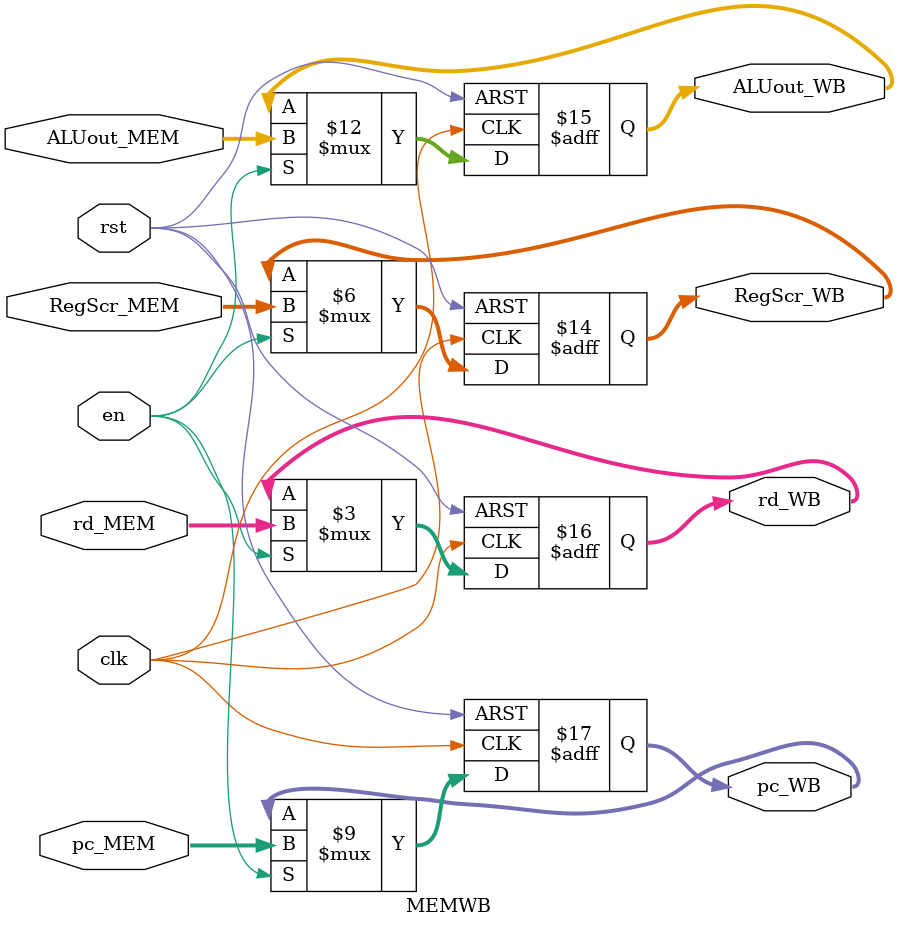
<source format=v>
`timescale 1ns / 1ps


module MEMWB(
input clk,rst,en,
input [1:0] RegScr_MEM,
input [31:0] ALUout_MEM,
input [31:0] rd_MEM,
input [31:0] pc_MEM,
output reg [1:0] RegScr_WB,
output reg [31:0] ALUout_WB,
output reg [31:0] rd_WB,
output reg [31:0] pc_WB
    );
    
always@(posedge clk or posedge rst)
begin
  if(rst)
  begin
    ALUout_WB<=32'b0;
    pc_WB<=32'b0;
    RegScr_WB<=2'b0;
    rd_WB<=32'b0;
  end
  else if(en)
  begin
    ALUout_WB<=ALUout_MEM;
    pc_WB<=pc_MEM;
    RegScr_WB<=RegScr_MEM;
    rd_WB<=rd_MEM;
  end
  else
  begin
    ALUout_WB<=ALUout_WB;
    pc_WB<=pc_WB;
    RegScr_WB<=RegScr_WB;
    rd_WB<=rd_WB;
  end
end    

endmodule

</source>
